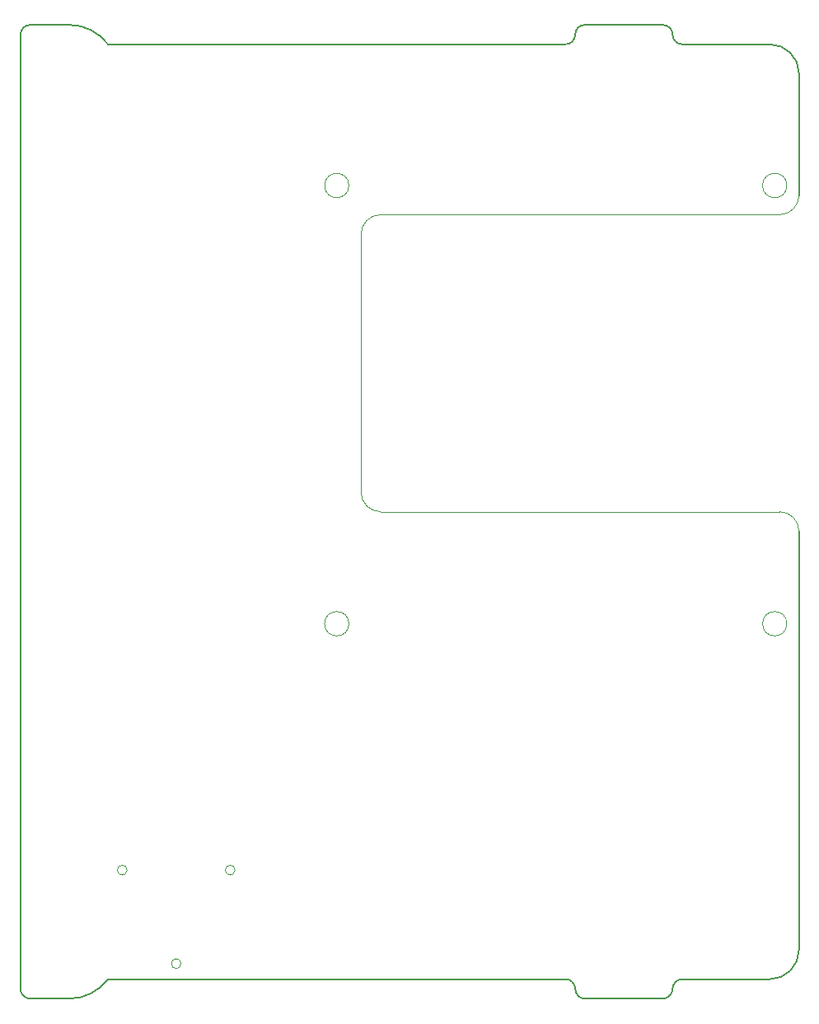
<source format=gbr>
%TF.GenerationSoftware,KiCad,Pcbnew,9.0.6*%
%TF.CreationDate,2025-12-03T08:33:47+03:00*%
%TF.ProjectId,PMCPU-LLU,504d4350-552d-44c4-9c55-2e6b69636164,rev?*%
%TF.SameCoordinates,Original*%
%TF.FileFunction,Profile,NP*%
%FSLAX46Y46*%
G04 Gerber Fmt 4.6, Leading zero omitted, Abs format (unit mm)*
G04 Created by KiCad (PCBNEW 9.0.6) date 2025-12-03 08:33:47*
%MOMM*%
%LPD*%
G01*
G04 APERTURE LIST*
%TA.AperFunction,Profile*%
%ADD10C,0.200000*%
%TD*%
%TA.AperFunction,Profile*%
%ADD11C,0.050000*%
%TD*%
G04 APERTURE END LIST*
D10*
X40000000Y-45000000D02*
G75*
G02*
X37000000Y-48000000I-3000000J0D01*
G01*
X-31000000Y48000000D02*
X16000000Y48000000D01*
X17000000Y49000000D02*
G75*
G02*
X16000000Y48000000I-1000000J0D01*
G01*
X27000000Y-49000000D02*
G75*
G02*
X28000000Y-48000000I1000000J0D01*
G01*
X26000000Y50000000D02*
X18000000Y50000000D01*
X-31000000Y-48000000D02*
G75*
G02*
X-35000000Y-50000000I-4000000J3000000D01*
G01*
X40000000Y-2000000D02*
X40000000Y-45000000D01*
X-39000000Y-50000000D02*
G75*
G02*
X-40000000Y-49000000I0J1000000D01*
G01*
X18000000Y-50000000D02*
G75*
G02*
X17000000Y-49000000I0J1000000D01*
G01*
X-35000000Y50000000D02*
G75*
G02*
X-31000000Y48000000I0J-5000000D01*
G01*
X-40000000Y-49000000D02*
X-40000000Y49000000D01*
X40000000Y45000000D02*
X40000000Y32500000D01*
X16000000Y-48000000D02*
G75*
G02*
X17000000Y-49000000I0J-1000000D01*
G01*
X-39000000Y-50000000D02*
X-35000000Y-50000000D01*
X18000000Y-50000000D02*
X26000000Y-50000000D01*
X28000000Y-48000000D02*
X37000000Y-48000000D01*
X26000000Y50000000D02*
G75*
G02*
X27000000Y49000000I0J-1000000D01*
G01*
X37000000Y48000000D02*
G75*
G02*
X40000000Y45000000I0J-3000000D01*
G01*
X-39000000Y50000000D02*
X-35000000Y50000000D01*
X-40000000Y49000000D02*
G75*
G02*
X-39000000Y50000000I1000000J0D01*
G01*
X17000000Y49000000D02*
G75*
G02*
X18000000Y50000000I1000000J0D01*
G01*
X16000000Y-48000000D02*
X-31000000Y-48000000D01*
X28000000Y48000000D02*
G75*
G02*
X27000000Y49000000I0J1000000D01*
G01*
X28000000Y48000000D02*
X37000000Y48000000D01*
X27000000Y-49000000D02*
G75*
G02*
X26000000Y-50000000I-1000000J0D01*
G01*
D11*
%TO.C,J5*%
X-29050000Y-36800000D02*
G75*
G02*
X-30050000Y-36800000I-500000J0D01*
G01*
X-30050000Y-36800000D02*
G75*
G02*
X-29050000Y-36800000I500000J0D01*
G01*
X-23500000Y-46400000D02*
G75*
G02*
X-24500000Y-46400000I-500000J0D01*
G01*
X-24500000Y-46400000D02*
G75*
G02*
X-23500000Y-46400000I500000J0D01*
G01*
X-17950000Y-36800000D02*
G75*
G02*
X-18950000Y-36800000I-500000J0D01*
G01*
X-18950000Y-36800000D02*
G75*
G02*
X-17950000Y-36800000I500000J0D01*
G01*
%TO.C,U2*%
X-5000000Y28500000D02*
X-5000000Y2000000D01*
X-3000000Y0D02*
X38000000Y0D01*
X38000000Y30500000D02*
X-3000000Y30500000D01*
X-5000000Y28500000D02*
G75*
G02*
X-3000000Y30500000I2000000J0D01*
G01*
X-3000000Y0D02*
G75*
G02*
X-5000000Y2000000I-1J1999999D01*
G01*
X38000000Y0D02*
G75*
G02*
X40000000Y-2000000I1J-1999999D01*
G01*
X40000000Y32500000D02*
G75*
G02*
X38000000Y30500000I-2000000J0D01*
G01*
X-6250000Y33500000D02*
G75*
G02*
X-8750000Y33500000I-1250000J0D01*
G01*
X-8750000Y33500000D02*
G75*
G02*
X-6250000Y33500000I1250000J0D01*
G01*
X-6250000Y-11500000D02*
G75*
G02*
X-8750000Y-11500000I-1250000J0D01*
G01*
X-8750000Y-11500000D02*
G75*
G02*
X-6250000Y-11500000I1250000J0D01*
G01*
X38750000Y33500000D02*
G75*
G02*
X36250000Y33500000I-1250000J0D01*
G01*
X36250000Y33500000D02*
G75*
G02*
X38750000Y33500000I1250000J0D01*
G01*
X38750000Y-11500000D02*
G75*
G02*
X36250000Y-11500000I-1250000J0D01*
G01*
X36250000Y-11500000D02*
G75*
G02*
X38750000Y-11500000I1250000J0D01*
G01*
%TD*%
M02*

</source>
